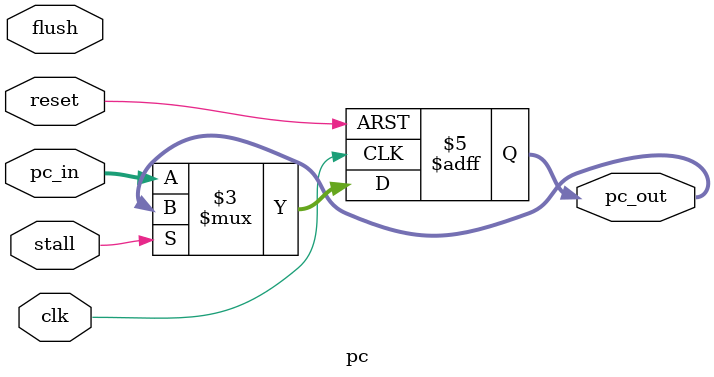
<source format=v>
`timescale 1ns / 1ps

//用于给出指令在指令储存器中的地址，且当发生数据冒险stall时，需要保持PC寄存器不变。
//当需要flush是将pc_out输出0

module pc(
reset,clk,pc_in,pc_out,stall,flush
    );
input reset;
input clk;
input flush;
input stall;
output reg [31:0] pc_out;
input [31:0] pc_in;
always @(posedge reset or posedge clk)
begin
if(reset)    pc_out<=32'h00400000;
//else if(flush)   pc_out<=32'h0;
else if(stall)   pc_out<=pc_out;
else pc_out<=pc_in;
end


endmodule

</source>
